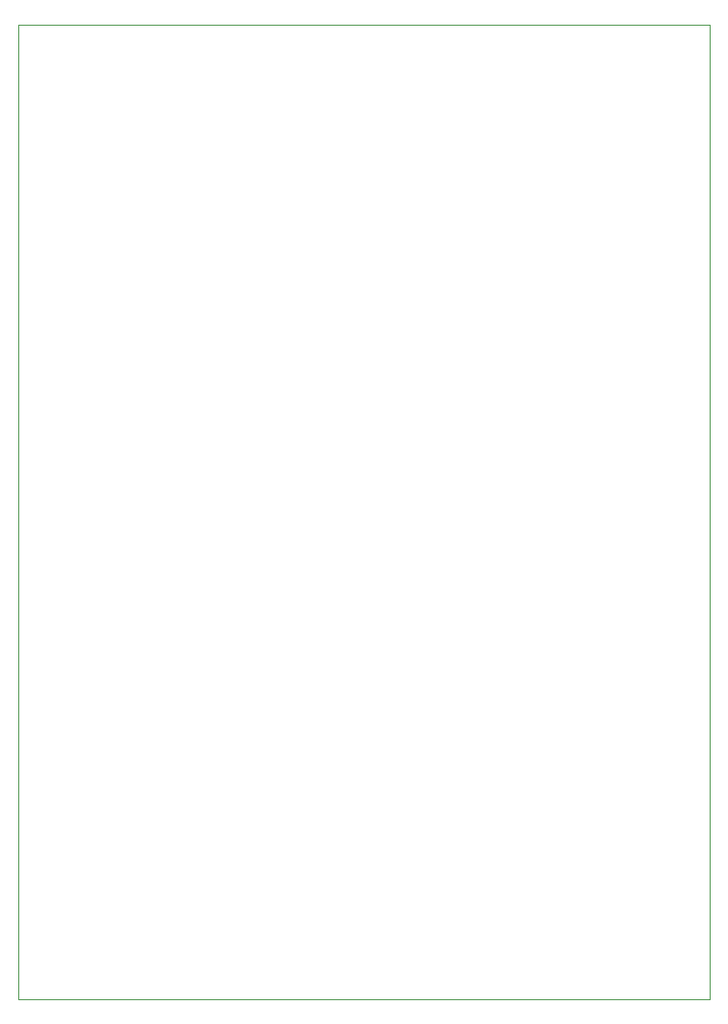
<source format=gbr>
G04 #@! TF.GenerationSoftware,KiCad,Pcbnew,(5.1.4)-1*
G04 #@! TF.CreationDate,2020-06-10T13:05:06+02:00*
G04 #@! TF.ProjectId,NodeMCU_WeatherStation,4e6f6465-4d43-4555-9f57-656174686572,rev?*
G04 #@! TF.SameCoordinates,Original*
G04 #@! TF.FileFunction,Profile,NP*
%FSLAX46Y46*%
G04 Gerber Fmt 4.6, Leading zero omitted, Abs format (unit mm)*
G04 Created by KiCad (PCBNEW (5.1.4)-1) date 2020-06-10 13:05:06*
%MOMM*%
%LPD*%
G04 APERTURE LIST*
%ADD10C,0.100000*%
G04 APERTURE END LIST*
D10*
X130000000Y-145000000D02*
X66000000Y-145000000D01*
X130000000Y-55000000D02*
X130000000Y-145000000D01*
X66000000Y-55000000D02*
X130000000Y-55000000D01*
X66000000Y-145000000D02*
X66000000Y-55000000D01*
M02*

</source>
